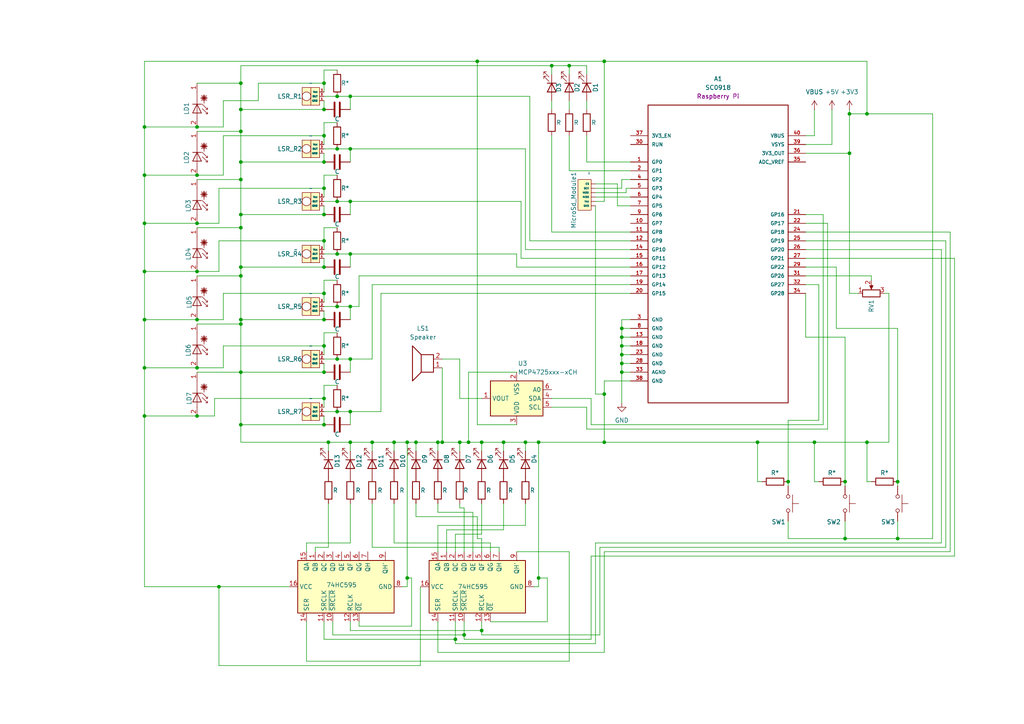
<source format=kicad_sch>
(kicad_sch (version 20231120) (generator "eeschema") (generator_version "8.0")
  (paper "A4")
  (lib_symbols
    (symbol "74xx:74HC595"
      (property "Reference" "U" (at -7.62 13.97 0))
      (property "Value" "74HC595" (at -7.62 -16.51 0))
      (symbol "74HC595_1_0"
        (pin tri_state line (at 10.16 7.62 180) (length 2.54) (name "QB") (number "1"))
        (pin input line (at -10.16 2.54 0) (length 2.54) (name "~{SRCLR}") (number "10"))
        (pin input line (at -10.16 5.08 0) (length 2.54) (name "SRCLK") (number "11"))
        (pin input line (at -10.16 -2.54 0) (length 2.54) (name "RCLK") (number "12"))
        (pin input line (at -10.16 -5.08 0) (length 2.54) (name "~{OE}") (number "13"))
        (pin input line (at -10.16 10.16 0) (length 2.54) (name "SER") (number "14"))
        (pin tri_state line (at 10.16 10.16 180) (length 2.54) (name "QA") (number "15"))
        (pin power_in line (at 0 15.24 270) (length 2.54) (name "VCC") (number "16"))
        (pin tri_state line (at 10.16 5.08 180) (length 2.54) (name "QC") (number "2"))
        (pin tri_state line (at 10.16 2.54 180) (length 2.54) (name "QD") (number "3"))
        (pin tri_state line (at 10.16 0 180) (length 2.54) (name "QE") (number "4"))
        (pin tri_state line (at 10.16 -2.54 180) (length 2.54) (name "QF") (number "5"))
        (pin tri_state line (at 10.16 -5.08 180) (length 2.54) (name "QG") (number "6"))
        (pin tri_state line (at 10.16 -7.62 180) (length 2.54) (name "QH") (number "7"))
        (pin power_in line (at 0 -17.78 90) (length 2.54) (name "GND") (number "8"))
        (pin output line (at 10.16 -12.7 180) (length 2.54) (name "QH'") (number "9"))
      )
    )
    (symbol "Analog_DAC:MCP4725xxx-xCH"
      (property "Reference" "U" (at -6.35 6.35 0))
      (property "Value" "MCP4725xxx-xCH" (at 8.89 6.35 0))
      (symbol "MCP4725xxx-xCH_1_1"
        (pin output line (at 10.16 0 180) (length 2.54) (name "VOUT") (number "1"))
        (pin power_in line (at 0 -7.62 90) (length 2.54) (name "VSS") (number "2"))
        (pin power_in line (at 0 7.62 270) (length 2.54) (name "VDD") (number "3"))
        (pin bidirectional line (at -10.16 0 0) (length 2.54) (name "SDA") (number "4"))
        (pin input line (at -10.16 2.54 0) (length 2.54) (name "SCL") (number "5"))
        (pin input line (at -10.16 -2.54 0) (length 2.54) (name "A0") (number "6"))
      )
    )
    (symbol "Device:C" (pin_numbers hide) (pin_names (offset 0.254))
      (property "Reference" "C" (at 0.635 2.54 0))
      (property "Value" "C" (at 0.635 -2.54 0))
      (symbol "C_1_1"
        (pin passive line (at 0 3.81 270) (length 2.794) (name "~") (number "1"))
        (pin passive line (at 0 -3.81 90) (length 2.794) (name "~") (number "2"))
      )
    )
    (symbol "Device:D_Laser_1C2A" (pin_names (offset 1.016) hide)
      (property "Reference" "LD" (at -1.27 4.445 0))
      (property "Value" "D_Laser_1C2A" (at -1.27 -2.54 0))
      (symbol "D_Laser_1C2A_1_1"
        (pin passive line (at -7.62 0 0) (length 2.54) (name "K") (number "1"))
        (pin passive line (at 5.08 0 180) (length 2.54) (name "A") (number "2"))
      )
    )
    (symbol "Device:LED" (pin_numbers hide) (pin_names (offset 1.016) hide)
      (property "Reference" "D" (at 0 2.54 0))
      (property "Value" "LED" (at 0 -2.54 0))
      (symbol "LED_1_1"
        (pin passive line (at -3.81 0 0) (length 2.54) (name "K") (number "1"))
        (pin passive line (at 3.81 0 180) (length 2.54) (name "A") (number "2"))
      )
    )
    (symbol "Device:R" (pin_numbers hide) (pin_names (offset 0))
      (property "Reference" "R" (at 0 2.032 0))
      (property "Value" "R" (at 0 0 0))
      (symbol "R_1_1"
        (pin passive line (at -3.81 0 0) (length 1.27) (name "~") (number "1"))
        (pin passive line (at 3.81 0 180) (length 1.27) (name "~") (number "2"))
      )
    )
    (symbol "Device:R_Potentiometer" (pin_names (offset 1.016) hide)
      (property "Reference" "RV" (at -4.445 0 90))
      (property "Value" "R_Potentiometer" (at -2.54 0 90))
      (symbol "R_Potentiometer_1_1"
        (pin passive line (at 0 3.81 270) (length 1.27) (name "1") (number "1"))
        (pin passive line (at 3.81 0 180) (length 1.27) (name "2") (number "2"))
        (pin passive line (at 0 -3.81 90) (length 1.27) (name "3") (number "3"))
      )
    )
    (symbol "Device:Speaker" (pin_names (offset 0) hide)
      (property "Reference" "LS" (at 1.27 5.715 0))
      (property "Value" "Speaker" (at 1.27 3.81 0))
      (symbol "Speaker_1_1"
        (pin input line (at -5.08 0 0) (length 2.54) (name "1") (number "1"))
        (pin input line (at -5.08 -2.54 0) (length 2.54) (name "2") (number "2"))
      )
    )
    (symbol "New_Library:Catalex_MicroSd_Module"
      (property "Reference" "MicroSd_Module1" (at -9.144 2.54 0))
      (property "Value" "~" (at 6.35 -1.905 0))
      (symbol "Catalex_MicroSd_Module_1_1"
        (pin bidirectional line (at 3.81 -3.81 90) (length 1.27) (name "CS") (number ""))
        (pin input line (at -2.54 -3.81 90) (length 1.27) (name "GND") (number ""))
        (pin bidirectional line (at 0 -3.81 90) (length 1.27) (name "MISO") (number ""))
        (pin bidirectional line (at 1.27 -3.81 90) (length 1.27) (name "MOSI") (number ""))
        (pin bidirectional line (at 2.54 -3.81 90) (length 1.27) (name "SCK") (number ""))
        (pin input line (at -1.27 -3.81 90) (length 1.27) (name "Vcc") (number ""))
      )
    )
    (symbol "New_Library:ISO203"
      (property "Reference" "LSR_R" (at 0 6.35 0))
      (symbol "ISO203_1_1"
        (pin input line (at -1.27 -2.54 90) (length 1.27) (name "GND") (number "1"))
        (pin output line (at 0 -2.54 90) (length 1.27) (name "OUT") (number "2"))
        (pin input line (at 1.27 -2.54 90) (length 1.27) (name "Vcc") (number "3"))
      )
    )
    (symbol "SC0918:SC0918" (pin_names (offset 1.016))
      (property "Reference" "A1" (at 0 58.42 0))
      (property "Value" "SC0918" (at 0 55.88 0))
      (property "manufacturer" "Raspberry Pi" (at 0 53.34 0))
      (symbol "SC0918_0_0"
        (pin bidirectional line (at -25.4 26.67 0) (length 5.08) (name "GP0") (number "1"))
        (pin bidirectional line (at -25.4 8.89 0) (length 5.08) (name "GP7") (number "10"))
        (pin bidirectional line (at -25.4 6.35 0) (length 5.08) (name "GP8") (number "11"))
        (pin bidirectional line (at -25.4 3.81 0) (length 5.08) (name "GP9") (number "12"))
        (pin power_in line (at -25.4 -24.13 0) (length 5.08) (name "GND") (number "13"))
        (pin bidirectional line (at -25.4 1.27 0) (length 5.08) (name "GP10") (number "14"))
        (pin bidirectional line (at -25.4 -1.27 0) (length 5.08) (name "GP11") (number "15"))
        (pin bidirectional line (at -25.4 -3.81 0) (length 5.08) (name "GP12") (number "16"))
        (pin bidirectional line (at -25.4 -6.35 0) (length 5.08) (name "GP13") (number "17"))
        (pin power_in line (at -25.4 -26.67 0) (length 5.08) (name "GND") (number "18"))
        (pin bidirectional line (at -25.4 -8.89 0) (length 5.08) (name "GP14") (number "19"))
        (pin bidirectional line (at -25.4 24.13 0) (length 5.08) (name "GP1") (number "2"))
        (pin bidirectional line (at -25.4 -11.43 0) (length 5.08) (name "GP15") (number "20"))
        (pin bidirectional line (at 25.4 11.43 180) (length 5.08) (name "GP16") (number "21"))
        (pin bidirectional line (at 25.4 8.89 180) (length 5.08) (name "GP17") (number "22"))
        (pin power_in line (at -25.4 -29.21 0) (length 5.08) (name "GND") (number "23"))
        (pin bidirectional line (at 25.4 6.35 180) (length 5.08) (name "GP18") (number "24"))
        (pin bidirectional line (at 25.4 3.81 180) (length 5.08) (name "GP19") (number "25"))
        (pin bidirectional line (at 25.4 1.27 180) (length 5.08) (name "GP20") (number "26"))
        (pin bidirectional line (at 25.4 -1.27 180) (length 5.08) (name "GP21") (number "27"))
        (pin power_in line (at -25.4 -31.75 0) (length 5.08) (name "GND") (number "28"))
        (pin bidirectional line (at 25.4 -3.81 180) (length 5.08) (name "GP22") (number "29"))
        (pin power_in line (at -25.4 -19.05 0) (length 5.08) (name "GND") (number "3"))
        (pin input line (at -25.4 31.75 0) (length 5.08) (name "RUN") (number "30"))
        (pin bidirectional line (at 25.4 -6.35 180) (length 5.08) (name "GP26") (number "31"))
        (pin bidirectional line (at 25.4 -8.89 180) (length 5.08) (name "GP27") (number "32"))
        (pin power_in line (at -25.4 -34.29 0) (length 5.08) (name "AGND") (number "33"))
        (pin bidirectional line (at 25.4 -11.43 180) (length 5.08) (name "GP28") (number "34"))
        (pin power_in line (at 25.4 26.67 180) (length 5.08) (name "ADC_VREF") (number "35"))
        (pin power_in line (at 25.4 29.21 180) (length 5.08) (name "3V3_OUT") (number "36"))
        (pin input line (at -25.4 34.29 0) (length 5.08) (name "3V3_EN") (number "37"))
        (pin power_in line (at -25.4 -36.83 0) (length 5.08) (name "GND") (number "38"))
        (pin free line (at 25.4 31.75 180) (length 5.08) (name "VSYS") (number "39"))
        (pin bidirectional line (at -25.4 21.59 0) (length 5.08) (name "GP2") (number "4"))
        (pin free line (at 25.4 34.29 180) (length 5.08) (name "VBUS") (number "40"))
        (pin bidirectional line (at -25.4 19.05 0) (length 5.08) (name "GP3") (number "5"))
        (pin bidirectional line (at -25.4 16.51 0) (length 5.08) (name "GP4") (number "6"))
        (pin bidirectional line (at -25.4 13.97 0) (length 5.08) (name "GP5") (number "7"))
        (pin power_in line (at -25.4 -21.59 0) (length 5.08) (name "GND") (number "8"))
        (pin bidirectional line (at -25.4 11.43 0) (length 5.08) (name "GP6") (number "9"))
      )
    )
    (symbol "Switch:SW_Push" (pin_numbers hide) (pin_names (offset 1.016) hide)
      (property "Reference" "SW" (at 1.27 2.54 0))
      (property "Value" "SW_Push" (at 0 -1.524 0))
      (symbol "SW_Push_0_1"
        (pin passive line (at -5.08 0 0) (length 2.54) (name "1") (number "1"))
        (pin passive line (at 5.08 0 180) (length 2.54) (name "2") (number "2"))
      )
    )
    (symbol "power:+3V3" (power) (pin_numbers hide) (pin_names (offset 0) hide)
      (property "Value" "+3V3" (at 0 3.556 0))
      (symbol "+3V3_1_1"
        (pin power_in line (at 0 0 90) (length 0) (name "~") (number "1"))
      )
    )
    (symbol "power:+5V" (power) (pin_numbers hide) (pin_names (offset 0) hide)
      (property "Value" "+5V" (at 0 3.556 0))
      (symbol "+5V_1_1"
        (pin power_in line (at 0 0 90) (length 0) (name "~") (number "1"))
      )
    )
    (symbol "power:GND" (power) (pin_numbers hide) (pin_names (offset 0) hide)
      (property "Value" "GND" (at 0 -3.81 0))
      (symbol "GND_1_1"
        (pin power_in line (at 0 0 270) (length 0) (name "~") (number "1"))
      )
    )
    (symbol "power:VBUS" (power) (pin_numbers hide) (pin_names (offset 0) hide)
      (property "Value" "VBUS" (at 0 3.556 0))
      (symbol "VBUS_1_1"
        (pin power_in line (at 0 0 90) (length 0) (name "~") (number "1"))
      )
    )
  )
  (junction (at 107.95 128.27))
  (junction (at 93.98 69.85))
  (junction (at 57.15 50.8))
  (junction (at 93.98 31.75))
  (junction (at 97.79 27.94))
  (junction (at 127 128.27))
  (junction (at 93.98 123.19))
  (junction (at 260.35 156.21))
  (junction (at 156.21 128.27))
  (junction (at 93.98 77.47))
  (junction (at 152.4 128.27))
  (junction (at 69.85 52.07))
  (junction (at 246.38 44.45))
  (junction (at 236.22 128.27))
  (junction (at 228.6 139.7))
  (junction (at 180.34 95.25))
  (junction (at 180.34 97.79))
  (junction (at 139.7 128.27))
  (junction (at 118.11 167.64))
  (junction (at 97.79 88.9))
  (junction (at 69.85 24.13))
  (junction (at 101.6 27.94))
  (junction (at 93.98 92.71))
  (junction (at 114.3 128.27))
  (junction (at 93.98 100.33))
  (junction (at 97.79 119.38))
  (junction (at 175.26 17.78))
  (junction (at 93.98 107.95))
  (junction (at 245.11 156.21))
  (junction (at 101.6 88.9))
  (junction (at 41.91 64.77))
  (junction (at 219.71 128.27))
  (junction (at 251.46 33.02))
  (junction (at 180.34 100.33))
  (junction (at 134.62 184.15))
  (junction (at 95.25 128.27))
  (junction (at 135.89 128.27))
  (junction (at 101.6 43.18))
  (junction (at 180.34 105.41))
  (junction (at 132.08 185.42))
  (junction (at 156.21 167.64))
  (junction (at 69.85 93.98))
  (junction (at 120.65 128.27))
  (junction (at 63.5 170.18))
  (junction (at 69.85 80.01))
  (junction (at 93.98 46.99))
  (junction (at 180.34 102.87))
  (junction (at 246.38 33.02))
  (junction (at 57.15 64.77))
  (junction (at 175.26 114.3))
  (junction (at 97.79 58.42))
  (junction (at 165.1 19.05))
  (junction (at 57.15 92.71))
  (junction (at 93.98 39.37))
  (junction (at 69.85 123.19))
  (junction (at 69.85 38.1))
  (junction (at 146.05 128.27))
  (junction (at 69.85 31.75))
  (junction (at 101.6 128.27))
  (junction (at 41.91 36.83))
  (junction (at 41.91 106.68))
  (junction (at 69.85 92.71))
  (junction (at 69.85 77.47))
  (junction (at 97.79 43.18))
  (junction (at 69.85 66.04))
  (junction (at 93.98 115.57))
  (junction (at 260.35 139.7))
  (junction (at 101.6 73.66))
  (junction (at 57.15 78.74))
  (junction (at 69.85 46.99))
  (junction (at 133.35 128.27))
  (junction (at 41.91 120.65))
  (junction (at 101.6 119.38))
  (junction (at 57.15 36.83))
  (junction (at 69.85 62.23))
  (junction (at 251.46 128.27))
  (junction (at 118.11 128.27))
  (junction (at 57.15 106.68))
  (junction (at 93.98 24.13))
  (junction (at 180.34 107.95))
  (junction (at 138.43 17.78))
  (junction (at 101.6 104.14))
  (junction (at 41.91 92.71))
  (junction (at 97.79 104.14))
  (junction (at 97.79 73.66))
  (junction (at 69.85 107.95))
  (junction (at 101.6 58.42))
  (junction (at 139.7 182.88))
  (junction (at 128.27 128.27))
  (junction (at 41.91 50.8))
  (junction (at 245.11 139.7))
  (junction (at 57.15 120.65))
  (junction (at 175.26 128.27))
  (junction (at 41.91 78.74))
  (junction (at 160.02 19.05))
  (junction (at 93.98 85.09))
  (junction (at 93.98 62.23))
  (junction (at 93.98 54.61))
  (wire (pts (xy 170.18 19.05) (xy 170.18 21.59)))
  (wire (pts (xy 252.73 139.7) (xy 251.46 139.7)))
  (wire (pts (xy 63.5 170.18) (xy 83.82 170.18)))
  (wire (pts (xy 101.6 182.88) (xy 101.6 180.34)))
  (wire (pts (xy 175.26 58.42) (xy 175.26 17.78)))
  (wire (pts (xy 134.62 147.32) (xy 133.35 147.32)))
  (wire (pts (xy 138.43 123.19) (xy 138.43 17.78)))
  (wire (pts (xy 101.6 119.38) (xy 110.49 119.38)))
  (wire (pts (xy 152.4 128.27) (xy 152.4 130.81)))
  (wire (pts (xy 273.05 72.39) (xy 233.68 72.39)))
  (wire (pts (xy 251.46 33.02) (xy 270.51 33.02)))
  (wire (pts (xy 132.08 185.42) (xy 93.98 185.42)))
  (wire (pts (xy 179.07 53.34) (xy 179.07 59.69)))
  (wire (pts (xy 132.08 186.69) (xy 172.72 186.69)))
  (wire (pts (xy 133.35 104.14) (xy 128.27 104.14)))
  (wire (pts (xy 180.34 54.61) (xy 180.34 52.07)))
  (wire (pts (xy 57.15 38.1) (xy 69.85 38.1)))
  (wire (pts (xy 180.34 100.33) (xy 180.34 102.87)))
  (wire (pts (xy 64.77 92.71) (xy 57.15 92.71)))
  (wire (pts (xy 107.95 158.75) (xy 107.95 146.05)))
  (wire (pts (xy 101.6 73.66) (xy 149.86 73.66)))
  (wire (pts (xy 228.6 139.7) (xy 228.6 140.97)))
  (wire (pts (xy 139.7 182.88) (xy 139.7 184.15)))
  (wire (pts (xy 64.77 85.09) (xy 93.98 85.09)))
  (wire (pts (xy 134.62 184.15) (xy 96.52 184.15)))
  (wire (pts (xy 260.35 95.25) (xy 242.57 95.25)))
  (wire (pts (xy 139.7 184.15) (xy 173.99 184.15)))
  (wire (pts (xy 57.15 93.98) (xy 69.85 93.98)))
  (wire (pts (xy 91.44 160.02) (xy 91.44 158.75)))
  (wire (pts (xy 96.52 184.15) (xy 96.52 180.34)))
  (wire (pts (xy 64.77 29.21) (xy 64.77 36.83)))
  (wire (pts (xy 236.22 39.37) (xy 233.68 39.37)))
  (wire (pts (xy 64.77 39.37) (xy 64.77 50.8)))
  (wire (pts (xy 245.11 97.79) (xy 233.68 97.79)))
  (wire (pts (xy 118.11 128.27) (xy 114.3 128.27)))
  (wire (pts (xy 160.02 31.75) (xy 160.02 29.21)))
  (wire (pts (xy 114.3 128.27) (xy 114.3 130.81)))
  (wire (pts (xy 237.49 121.92) (xy 237.49 82.55)))
  (wire (pts (xy 101.6 58.42) (xy 101.6 62.23)))
  (wire (pts (xy 128.27 128.27) (xy 127 128.27)))
  (wire (pts (xy 69.85 93.98) (xy 69.85 107.95)))
  (wire (pts (xy 241.3 31.75) (xy 241.3 41.91)))
  (wire (pts (xy 133.35 128.27) (xy 128.27 128.27)))
  (wire (pts (xy 228.6 156.21) (xy 228.6 151.13)))
  (wire (pts (xy 219.71 128.27) (xy 236.22 128.27)))
  (wire (pts (xy 64.77 85.09) (xy 64.77 92.71)))
  (wire (pts (xy 107.95 82.55) (xy 182.88 82.55)))
  (wire (pts (xy 181.61 55.88) (xy 181.61 54.61)))
  (wire (pts (xy 156.21 128.27) (xy 156.21 167.64)))
  (wire (pts (xy 245.11 139.7) (xy 245.11 140.97)))
  (wire (pts (xy 93.98 62.23) (xy 93.98 59.69)))
  (wire (pts (xy 41.91 50.8) (xy 57.15 50.8)))
  (wire (pts (xy 63.5 54.61) (xy 93.98 54.61)))
  (wire (pts (xy 69.85 24.13) (xy 69.85 31.75)))
  (wire (pts (xy 149.86 160.02) (xy 165.1 160.02)))
  (wire (pts (xy 152.4 72.39) (xy 182.88 72.39)))
  (wire (pts (xy 242.57 95.25) (xy 242.57 77.47)))
  (wire (pts (xy 93.98 46.99) (xy 93.98 44.45)))
  (wire (pts (xy 93.98 185.42) (xy 93.98 180.34)))
  (wire (pts (xy 165.1 49.53) (xy 165.1 39.37)))
  (wire (pts (xy 41.91 50.8) (xy 41.91 64.77)))
  (wire (pts (xy 41.91 64.77) (xy 41.91 78.74)))
  (wire (pts (xy 69.85 38.1) (xy 69.85 46.99)))
  (wire (pts (xy 57.15 66.04) (xy 69.85 66.04)))
  (wire (pts (xy 101.6 88.9) (xy 104.14 88.9)))
  (wire (pts (xy 69.85 92.71) (xy 93.98 92.71)))
  (wire (pts (xy 120.65 149.86) (xy 120.65 146.05)))
  (wire (pts (xy 181.61 54.61) (xy 182.88 54.61)))
  (wire (pts (xy 41.91 78.74) (xy 57.15 78.74)))
  (wire (pts (xy 114.3 157.48) (xy 114.3 146.05)))
  (wire (pts (xy 240.03 64.77) (xy 233.68 64.77)))
  (wire (pts (xy 69.85 77.47) (xy 69.85 80.01)))
  (wire (pts (xy 133.35 128.27) (xy 133.35 130.81)))
  (wire (pts (xy 246.38 33.02) (xy 246.38 44.45)))
  (wire (pts (xy 129.54 160.02) (xy 129.54 153.67)))
  (wire (pts (xy 172.72 53.34) (xy 179.07 53.34)))
  (wire (pts (xy 158.75 167.64) (xy 156.21 167.64)))
  (wire (pts (xy 245.11 156.21) (xy 245.11 151.13)))
  (wire (pts (xy 246.38 31.75) (xy 246.38 33.02)))
  (wire (pts (xy 97.79 27.94) (xy 93.98 27.94)))
  (wire (pts (xy 93.98 87.63) (xy 93.98 85.09)))
  (wire (pts (xy 97.79 43.18) (xy 93.98 43.18)))
  (wire (pts (xy 63.5 69.85) (xy 63.5 78.74)))
  (wire (pts (xy 149.86 123.19) (xy 138.43 123.19)))
  (wire (pts (xy 171.45 161.29) (xy 276.86 161.29)))
  (wire (pts (xy 240.03 124.46) (xy 240.03 64.77)))
  (wire (pts (xy 180.34 95.25) (xy 180.34 97.79)))
  (wire (pts (xy 97.79 73.66) (xy 93.98 73.66)))
  (wire (pts (xy 139.7 154.94) (xy 139.7 146.05)))
  (wire (pts (xy 152.4 146.05) (xy 152.4 152.4)))
  (wire (pts (xy 236.22 31.75) (xy 236.22 39.37)))
  (wire (pts (xy 171.45 185.42) (xy 171.45 161.29)))
  (wire (pts (xy 101.6 43.18) (xy 97.79 43.18)))
  (wire (pts (xy 137.16 148.59) (xy 127 148.59)))
  (wire (pts (xy 97.79 96.52) (xy 93.98 96.52)))
  (wire (pts (xy 170.18 39.37) (xy 170.18 46.99)))
  (wire (pts (xy 138.43 17.78) (xy 175.26 17.78)))
  (wire (pts (xy 97.79 119.38) (xy 93.98 119.38)))
  (wire (pts (xy 274.32 158.75) (xy 274.32 69.85)))
  (wire (pts (xy 142.24 157.48) (xy 114.3 157.48)))
  (wire (pts (xy 241.3 41.91) (xy 233.68 41.91)))
  (wire (pts (xy 62.23 115.57) (xy 62.23 120.65)))
  (wire (pts (xy 69.85 107.95) (xy 69.85 123.19)))
  (wire (pts (xy 236.22 128.27) (xy 251.46 128.27)))
  (wire (pts (xy 260.35 139.7) (xy 260.35 140.97)))
  (wire (pts (xy 275.59 67.31) (xy 233.68 67.31)))
  (wire (pts (xy 69.85 24.13) (xy 69.85 19.05)))
  (wire (pts (xy 237.49 139.7) (xy 236.22 139.7)))
  (wire (pts (xy 69.85 31.75) (xy 93.98 31.75)))
  (wire (pts (xy 69.85 62.23) (xy 69.85 66.04)))
  (wire (pts (xy 41.91 17.78) (xy 138.43 17.78)))
  (wire (pts (xy 149.86 77.47) (xy 182.88 77.47)))
  (wire (pts (xy 93.98 111.76) (xy 93.98 115.57)))
  (wire (pts (xy 93.98 123.19) (xy 93.98 120.65)))
  (wire (pts (xy 127 152.4) (xy 127 160.02)))
  (wire (pts (xy 101.6 73.66) (xy 97.79 73.66)))
  (wire (pts (xy 41.91 106.68) (xy 57.15 106.68)))
  (wire (pts (xy 175.26 128.27) (xy 156.21 128.27)))
  (wire (pts (xy 172.72 114.3) (xy 175.26 114.3)))
  (wire (pts (xy 127 148.59) (xy 127 146.05)))
  (wire (pts (xy 64.77 100.33) (xy 64.77 106.68)))
  (wire (pts (xy 171.45 123.19) (xy 238.76 123.19)))
  (wire (pts (xy 165.1 19.05) (xy 165.1 21.59)))
  (wire (pts (xy 246.38 44.45) (xy 246.38 85.09)))
  (wire (pts (xy 139.7 156.21) (xy 138.43 156.21)))
  (wire (pts (xy 120.65 128.27) (xy 120.65 130.81)))
  (wire (pts (xy 93.98 35.56) (xy 93.98 39.37)))
  (wire (pts (xy 93.98 92.71) (xy 93.98 90.17)))
  (wire (pts (xy 93.98 72.39) (xy 93.98 69.85)))
  (wire (pts (xy 57.15 80.01) (xy 69.85 80.01)))
  (wire (pts (xy 137.16 160.02) (xy 137.16 148.59)))
  (wire (pts (xy 170.18 29.21) (xy 170.18 31.75)))
  (wire (pts (xy 41.91 120.65) (xy 57.15 120.65)))
  (wire (pts (xy 101.6 157.48) (xy 101.6 146.05)))
  (wire (pts (xy 175.26 114.3) (xy 175.26 128.27)))
  (wire (pts (xy 101.6 119.38) (xy 101.6 123.19)))
  (wire (pts (xy 251.46 17.78) (xy 251.46 33.02)))
  (wire (pts (xy 95.25 158.75) (xy 95.25 146.05)))
  (wire (pts (xy 260.35 139.7) (xy 260.35 95.25)))
  (wire (pts (xy 165.1 31.75) (xy 165.1 29.21)))
  (wire (pts (xy 101.6 58.42) (xy 97.79 58.42)))
  (wire (pts (xy 101.6 104.14) (xy 101.6 107.95)))
  (wire (pts (xy 182.88 49.53) (xy 165.1 49.53)))
  (wire (pts (xy 62.23 120.65) (xy 57.15 120.65)))
  (wire (pts (xy 64.77 39.37) (xy 93.98 39.37)))
  (wire (pts (xy 153.67 69.85) (xy 182.88 69.85)))
  (wire (pts (xy 149.86 73.66) (xy 149.86 77.47)))
  (wire (pts (xy 95.25 128.27) (xy 95.25 130.81)))
  (wire (pts (xy 69.85 80.01) (xy 69.85 92.71)))
  (wire (pts (xy 101.6 27.94) (xy 97.79 27.94)))
  (wire (pts (xy 63.5 54.61) (xy 63.5 64.77)))
  (wire (pts (xy 219.71 128.27) (xy 219.71 139.7)))
  (wire (pts (xy 93.98 77.47) (xy 93.98 74.93)))
  (wire (pts (xy 63.5 69.85) (xy 93.98 69.85)))
  (wire (pts (xy 251.46 33.02) (xy 246.38 33.02)))
  (wire (pts (xy 41.91 36.83) (xy 41.91 50.8)))
  (wire (pts (xy 119.38 167.64) (xy 118.11 167.64)))
  (wire (pts (xy 172.72 186.69) (xy 172.72 157.48)))
  (wire (pts (xy 93.98 118.11) (xy 93.98 115.57)))
  (wire (pts (xy 121.92 193.04) (xy 63.5 193.04)))
  (wire (pts (xy 57.15 24.13) (xy 69.85 24.13)))
  (wire (pts (xy 41.91 78.74) (xy 41.91 92.71)))
  (wire (pts (xy 107.95 128.27) (xy 101.6 128.27)))
  (wire (pts (xy 144.78 160.02) (xy 144.78 158.75)))
  (wire (pts (xy 134.62 185.42) (xy 171.45 185.42)))
  (wire (pts (xy 172.72 54.61) (xy 180.34 54.61)))
  (wire (pts (xy 139.7 115.57) (xy 133.35 115.57)))
  (wire (pts (xy 74.93 29.21) (xy 64.77 29.21)))
  (wire (pts (xy 101.6 104.14) (xy 107.95 104.14)))
  (wire (pts (xy 180.34 92.71) (xy 180.34 95.25)))
  (wire (pts (xy 182.88 110.49) (xy 175.26 110.49)))
  (wire (pts (xy 151.13 58.42) (xy 151.13 74.93)))
  (wire (pts (xy 142.24 180.34) (xy 158.75 180.34)))
  (wire (pts (xy 180.34 100.33) (xy 182.88 100.33)))
  (wire (pts (xy 160.02 115.57) (xy 171.45 115.57)))
  (wire (pts (xy 251.46 128.27) (xy 257.81 128.27)))
  (wire (pts (xy 135.89 128.27) (xy 133.35 128.27)))
  (wire (pts (xy 139.7 160.02) (xy 139.7 156.21)))
  (wire (pts (xy 93.98 50.8) (xy 93.98 54.61)))
  (wire (pts (xy 41.91 92.71) (xy 57.15 92.71)))
  (wire (pts (xy 172.72 58.42) (xy 175.26 58.42)))
  (wire (pts (xy 228.6 121.92) (xy 237.49 121.92)))
  (wire (pts (xy 132.08 160.02) (xy 132.08 154.94)))
  (wire (pts (xy 156.21 170.18) (xy 154.94 170.18)))
  (wire (pts (xy 151.13 74.93) (xy 182.88 74.93)))
  (wire (pts (xy 110.49 85.09) (xy 182.88 85.09)))
  (wire (pts (xy 93.98 66.04) (xy 93.98 69.85)))
  (wire (pts (xy 171.45 115.57) (xy 171.45 123.19)))
  (wire (pts (xy 257.81 128.27) (xy 257.81 85.09)))
  (wire (pts (xy 69.85 77.47) (xy 93.98 77.47)))
  (wire (pts (xy 101.6 128.27) (xy 101.6 130.81)))
  (wire (pts (xy 252.73 80.01) (xy 252.73 81.28)))
  (wire (pts (xy 180.34 107.95) (xy 180.34 116.84)))
  (wire (pts (xy 180.34 97.79) (xy 182.88 97.79)))
  (wire (pts (xy 107.95 128.27) (xy 107.95 130.81)))
  (wire (pts (xy 127 180.34) (xy 127 189.23)))
  (wire (pts (xy 127 189.23) (xy 175.26 189.23)))
  (wire (pts (xy 101.6 88.9) (xy 97.79 88.9)))
  (wire (pts (xy 180.34 107.95) (xy 182.88 107.95)))
  (wire (pts (xy 91.44 158.75) (xy 95.25 158.75)))
  (wire (pts (xy 101.6 119.38) (xy 97.79 119.38)))
  (wire (pts (xy 101.6 104.14) (xy 97.79 104.14)))
  (wire (pts (xy 41.91 92.71) (xy 41.91 106.68)))
  (wire (pts (xy 119.38 181.61) (xy 119.38 167.64)))
  (wire (pts (xy 165.1 19.05) (xy 170.18 19.05)))
  (wire (pts (xy 69.85 107.95) (xy 93.98 107.95)))
  (wire (pts (xy 146.05 128.27) (xy 146.05 130.81)))
  (wire (pts (xy 93.98 96.52) (xy 93.98 100.33)))
  (wire (pts (xy 93.98 26.67) (xy 93.98 24.13)))
  (wire (pts (xy 57.15 36.83) (xy 64.77 36.83)))
  (wire (pts (xy 97.79 66.04) (xy 93.98 66.04)))
  (wire (pts (xy 233.68 80.01) (xy 252.73 80.01)))
  (wire (pts (xy 175.26 189.23) (xy 175.26 160.02)))
  (wire (pts (xy 238.76 123.19) (xy 238.76 62.23)))
  (wire (pts (xy 144.78 158.75) (xy 107.95 158.75)))
  (wire (pts (xy 173.99 184.15) (xy 173.99 158.75)))
  (wire (pts (xy 118.11 170.18) (xy 116.84 170.18)))
  (wire (pts (xy 172.72 57.15) (xy 182.88 57.15)))
  (wire (pts (xy 142.24 160.02) (xy 142.24 157.48)))
  (wire (pts (xy 93.98 81.28) (xy 93.98 85.09)))
  (wire (pts (xy 135.89 107.95) (xy 135.89 128.27)))
  (wire (pts (xy 104.14 180.34) (xy 104.14 181.61)))
  (wire (pts (xy 149.86 107.95) (xy 135.89 107.95)))
  (wire (pts (xy 69.85 19.05) (xy 160.02 19.05)))
  (wire (pts (xy 97.79 35.56) (xy 93.98 35.56)))
  (wire (pts (xy 93.98 41.91) (xy 93.98 39.37)))
  (wire (pts (xy 146.05 153.67) (xy 146.05 146.05)))
  (wire (pts (xy 69.85 66.04) (xy 69.85 77.47)))
  (wire (pts (xy 273.05 157.48) (xy 273.05 72.39)))
  (wire (pts (xy 179.07 59.69) (xy 182.88 59.69)))
  (wire (pts (xy 128.27 106.68) (xy 128.27 128.27)))
  (wire (pts (xy 104.14 181.61) (xy 119.38 181.61)))
  (wire (pts (xy 97.79 111.76) (xy 93.98 111.76)))
  (wire (pts (xy 41.91 120.65) (xy 41.91 170.18)))
  (wire (pts (xy 173.99 158.75) (xy 274.32 158.75)))
  (wire (pts (xy 107.95 104.14) (xy 107.95 82.55)))
  (wire (pts (xy 97.79 104.14) (xy 93.98 104.14)))
  (wire (pts (xy 182.88 67.31) (xy 160.02 67.31)))
  (wire (pts (xy 139.7 180.34) (xy 139.7 182.88)))
  (wire (pts (xy 97.79 50.8) (xy 93.98 50.8)))
  (wire (pts (xy 160.02 19.05) (xy 165.1 19.05)))
  (wire (pts (xy 220.98 139.7) (xy 219.71 139.7)))
  (wire (pts (xy 93.98 20.32) (xy 93.98 24.13)))
  (wire (pts (xy 237.49 82.55) (xy 233.68 82.55)))
  (wire (pts (xy 165.1 160.02) (xy 165.1 191.77)))
  (wire (pts (xy 180.34 102.87) (xy 180.34 105.41)))
  (wire (pts (xy 88.9 191.77) (xy 88.9 180.34)))
  (wire (pts (xy 233.68 85.09) (xy 233.68 97.79)))
  (wire (pts (xy 152.4 152.4) (xy 127 152.4)))
  (wire (pts (xy 172.72 59.69) (xy 172.72 114.3)))
  (wire (pts (xy 101.6 73.66) (xy 101.6 77.47)))
  (wire (pts (xy 57.15 52.07) (xy 69.85 52.07)))
  (wire (pts (xy 93.98 57.15) (xy 93.98 54.61)))
  (wire (pts (xy 133.35 115.57) (xy 133.35 104.14)))
  (wire (pts (xy 175.26 17.78) (xy 251.46 17.78)))
  (wire (pts (xy 118.11 167.64) (xy 118.11 170.18)))
  (wire (pts (xy 228.6 139.7) (xy 228.6 121.92)))
  (wire (pts (xy 41.91 36.83) (xy 57.15 36.83)))
  (wire (pts (xy 88.9 160.02) (xy 88.9 157.48)))
  (wire (pts (xy 63.5 64.77) (xy 57.15 64.77)))
  (wire (pts (xy 152.4 128.27) (xy 146.05 128.27)))
  (wire (pts (xy 260.35 156.21) (xy 245.11 156.21)))
  (wire (pts (xy 74.93 24.13) (xy 93.98 24.13)))
  (wire (pts (xy 275.59 160.02) (xy 275.59 67.31)))
  (wire (pts (xy 74.93 24.13) (xy 74.93 29.21)))
  (wire (pts (xy 64.77 100.33) (xy 93.98 100.33)))
  (wire (pts (xy 180.34 105.41) (xy 182.88 105.41)))
  (wire (pts (xy 139.7 128.27) (xy 135.89 128.27)))
  (wire (pts (xy 236.22 128.27) (xy 236.22 139.7)))
  (wire (pts (xy 41.91 170.18) (xy 63.5 170.18)))
  (wire (pts (xy 101.6 128.27) (xy 95.25 128.27)))
  (wire (pts (xy 170.18 124.46) (xy 240.03 124.46)))
  (wire (pts (xy 180.34 97.79) (xy 180.34 100.33)))
  (wire (pts (xy 41.91 17.78) (xy 41.91 36.83)))
  (wire (pts (xy 276.86 74.93) (xy 233.68 74.93)))
  (wire (pts (xy 276.86 161.29) (xy 276.86 74.93)))
  (wire (pts (xy 132.08 185.42) (xy 132.08 186.69)))
  (wire (pts (xy 172.72 157.48) (xy 273.05 157.48)))
  (wire (pts (xy 270.51 33.02) (xy 270.51 156.21)))
  (wire (pts (xy 175.26 160.02) (xy 275.59 160.02)))
  (wire (pts (xy 101.6 27.94) (xy 101.6 31.75)))
  (wire (pts (xy 158.75 180.34) (xy 158.75 167.64)))
  (wire (pts (xy 41.91 106.68) (xy 41.91 120.65)))
  (wire (pts (xy 274.32 69.85) (xy 233.68 69.85)))
  (wire (pts (xy 245.11 139.7) (xy 245.11 97.79)))
  (wire (pts (xy 260.35 156.21) (xy 260.35 151.13)))
  (wire (pts (xy 127 128.27) (xy 120.65 128.27)))
  (wire (pts (xy 238.76 62.23) (xy 233.68 62.23)))
  (wire (pts (xy 248.92 85.09) (xy 246.38 85.09)))
  (wire (pts (xy 41.91 64.77) (xy 57.15 64.77)))
  (wire (pts (xy 180.34 92.71) (xy 182.88 92.71)))
  (wire (pts (xy 69.85 123.19) (xy 69.85 128.27)))
  (wire (pts (xy 175.26 128.27) (xy 219.71 128.27)))
  (wire (pts (xy 97.79 81.28) (xy 93.98 81.28)))
  (wire (pts (xy 153.67 27.94) (xy 153.67 69.85)))
  (wire (pts (xy 69.85 62.23) (xy 93.98 62.23)))
  (wire (pts (xy 132.08 180.34) (xy 132.08 185.42)))
  (wire (pts (xy 156.21 128.27) (xy 152.4 128.27)))
  (wire (pts (xy 146.05 128.27) (xy 139.7 128.27)))
  (wire (pts (xy 127 128.27) (xy 127 130.81)))
  (wire (pts (xy 138.43 156.21) (xy 138.43 149.86)))
  (wire (pts (xy 165.1 191.77) (xy 88.9 191.77)))
  (wire (pts (xy 64.77 50.8) (xy 57.15 50.8)))
  (wire (pts (xy 63.5 78.74) (xy 57.15 78.74)))
  (wire (pts (xy 170.18 46.99) (xy 182.88 46.99)))
  (wire (pts (xy 180.34 105.41) (xy 180.34 107.95)))
  (wire (pts (xy 156.21 167.64) (xy 156.21 170.18)))
  (wire (pts (xy 175.26 110.49) (xy 175.26 114.3)))
  (wire (pts (xy 69.85 46.99) (xy 93.98 46.99)))
  (wire (pts (xy 69.85 92.71) (xy 69.85 93.98)))
  (wire (pts (xy 120.65 128.27) (xy 118.11 128.27)))
  (wire (pts (xy 139.7 128.27) (xy 139.7 130.81)))
  (wire (pts (xy 256.54 85.09) (xy 257.81 85.09)))
  (wire (pts (xy 160.02 118.11) (xy 170.18 118.11)))
  (wire (pts (xy 180.34 95.25) (xy 182.88 95.25)))
  (wire (pts (xy 110.49 119.38) (xy 110.49 85.09)))
  (wire (pts (xy 118.11 128.27) (xy 118.11 167.64)))
  (wire (pts (xy 93.98 102.87) (xy 93.98 100.33)))
  (wire (pts (xy 63.5 193.04) (xy 63.5 170.18)))
  (wire (pts (xy 129.54 153.67) (xy 146.05 153.67)))
  (wire (pts (xy 64.77 106.68) (xy 57.15 106.68)))
  (wire (pts (xy 242.57 77.47) (xy 233.68 77.47)))
  (wire (pts (xy 69.85 31.75) (xy 69.85 38.1)))
  (wire (pts (xy 180.34 102.87) (xy 182.88 102.87)))
  (wire (pts (xy 97.79 88.9) (xy 93.98 88.9)))
  (wire (pts (xy 160.02 19.05) (xy 160.02 21.59)))
  (wire (pts (xy 104.14 88.9) (xy 104.14 80.01)))
  (wire (pts (xy 101.6 88.9) (xy 101.6 92.71)))
  (wire (pts (xy 88.9 157.48) (xy 101.6 157.48)))
  (wire (pts (xy 95.25 128.27) (xy 69.85 128.27)))
  (wire (pts (xy 160.02 67.31) (xy 160.02 39.37)))
  (wire (pts (xy 246.38 44.45) (xy 233.68 44.45)))
  (wire (pts (xy 69.85 52.07) (xy 69.85 62.23)))
  (wire (pts (xy 134.62 180.34) (xy 134.62 184.15)))
  (wire (pts (xy 134.62 184.15) (xy 134.62 185.42)))
  (wire (pts (xy 101.6 27.94) (xy 153.67 27.94)))
  (wire (pts (xy 133.35 147.32) (xy 133.35 146.05)))
  (wire (pts (xy 69.85 123.19) (xy 93.98 123.19)))
  (wire (pts (xy 62.23 115.57) (xy 93.98 115.57)))
  (wire (pts (xy 245.11 156.21) (xy 228.6 156.21)))
  (wire (pts (xy 170.18 118.11) (xy 170.18 124.46)))
  (wire (pts (xy 97.79 20.32) (xy 93.98 20.32)))
  (wire (pts (xy 251.46 139.7) (xy 251.46 128.27)))
  (wire (pts (xy 93.98 107.95) (xy 93.98 105.41)))
  (wire (pts (xy 121.92 170.18) (xy 121.92 193.04)))
  (wire (pts (xy 152.4 43.18) (xy 152.4 72.39)))
  (wire (pts (xy 101.6 58.42) (xy 151.13 58.42)))
  (wire (pts (xy 270.51 156.21) (xy 260.35 156.21)))
  (wire (pts (xy 114.3 128.27) (xy 107.95 128.27)))
  (wire (pts (xy 93.98 31.75) (xy 93.98 29.21)))
  (wire (pts (xy 138.43 149.86) (xy 120.65 149.86)))
  (wire (pts (xy 69.85 46.99) (xy 69.85 52.07)))
  (wire (pts (xy 172.72 55.88) (xy 181.61 55.88)))
  (wire (pts (xy 134.62 160.02) (xy 134.62 147.32)))
  (wire (pts (xy 132.08 154.94) (xy 139.7 154.94)))
  (wire (pts (xy 97.79 58.42) (xy 93.98 58.42)))
  (wire (pts (xy 101.6 43.18) (xy 101.6 46.99)))
  (wire (pts (xy 139.7 182.88) (xy 101.6 182.88)))
  (wire (pts (xy 180.34 52.07) (xy 182.88 52.07)))
  (wire (pts (xy 101.6 43.18) (xy 152.4 43.18)))
  (wire (pts (xy 104.14 80.01) (xy 182.88 80.01)))
  (wire (pts (xy 57.15 107.95) (xy 69.85 107.95)))
  (symbol (lib_id "Device:R") (at 256.54 139.7 0) (unit 1)
    (property "Reference" "R3" (effects (hide yes)))
    (property "Value" "R*" (at 256.54 137.16 0))
    (property "Footprint" "Resistor_THT:R_Axial_DIN0204_L3.6mm_D1.6mm_P2.54mm_Vertical" (effects (hide yes)))
    (property "Description" "Resistor" (effects (hide yes)))
  )
  (symbol (lib_id "Device:R") (at 97.79 115.57 270) (unit 1)
    (property "Reference" "R17" (effects (hide yes)))
    (property "Value" "R*" (at 101.346 115.57 90) (effects (justify right)))
    (property "Footprint" "Resistor_THT:R_Axial_DIN0204_L3.6mm_D1.6mm_P2.54mm_Vertical" (effects (hide yes)))
    (property "Description" "Resistor" (effects (hide yes)))
  )
  (symbol (lib_id "New_Library:ISO203") (at 91.44 58.42 90) (unit 1)
    (property "Reference" "LSR_R3" (at 84.074 58.42 90))
    (property "Value" "~" (at 90.17 54.61 90))
  )
  (symbol (lib_id "Device:R_Potentiometer") (at 252.73 85.09 90) (unit 1)
    (property "Reference" "RV1" (at 252.73 86.868 0) (effects (justify right)))
    (property "Value" "R_Potentiometer" (effects (hide yes)))
    (property "Description" "Potentiometer" (effects (hide yes)))
  )
  (symbol (lib_id "Device:LED") (at 107.95 134.62 270) (unit 1)
    (property "Reference" "D11" (at 110.49 131.7624 0) (effects (justify left)))
    (property "Value" "LED" (effects (hide yes)))
    (property "Footprint" "LED_THT:LED_D3.0mm" (effects (hide yes)))
    (property "Description" "Light emitting diode" (effects (hide yes)))
  )
  (symbol (lib_id "Device:D_Laser_1C2A") (at 57.15 73.66 270) (unit 1)
    (property "Reference" "LD4" (at 54.61 73.66 0))
    (property "Value" "D_Laser_1C2A" (effects (hide yes)))
    (property "Description" "Laser diode, cathode on pin 1, anode on pin 2" (effects (hide yes)))
  )
  (symbol (lib_id "Device:LED") (at 139.7 134.62 270) (unit 1)
    (property "Reference" "D6" (at 142.24 131.7624 0) (effects (justify left)))
    (property "Value" "LED" (effects (hide yes)))
    (property "Footprint" "LED_THT:LED_D3.0mm" (effects (hide yes)))
    (property "Description" "Light emitting diode" (effects (hide yes)))
  )
  (symbol (lib_id "Device:LED") (at 114.3 134.62 270) (unit 1)
    (property "Reference" "D10" (at 116.84 131.7624 0) (effects (justify left)))
    (property "Value" "LED" (effects (hide yes)))
    (property "Footprint" "LED_THT:LED_D3.0mm" (effects (hide yes)))
    (property "Description" "Light emitting diode" (effects (hide yes)))
  )
  (symbol (lib_id "power:+3V3") (at 246.38 31.75 0) (unit 1)
    (property "Reference" "#PWR04" (effects (hide yes)))
    (property "Value" "+3V3" (at 246.38 26.67 0))
    (property "Description" "Power symbol creates a global label with name \"+3V3\"" (effects (hide yes)))
  )
  (symbol (lib_id "Device:LED") (at 160.02 25.4 270) (unit 1)
    (property "Reference" "D3" (at 162.052 25.4 0))
    (property "Value" "LED" (effects (hide yes)))
    (property "Footprint" "LED_THT:LED_D3.0mm" (effects (hide yes)))
    (property "Description" "Light emitting diode" (effects (hide yes)))
  )
  (symbol (lib_id "Device:R") (at 114.3 142.24 90) (unit 1)
    (property "Reference" "R13" (effects (hide yes)))
    (property "Value" "R" (at 115.824 142.24 90) (effects (justify right)))
    (property "Footprint" "Resistor_THT:R_Axial_DIN0204_L3.6mm_D1.6mm_P2.54mm_Vertical" (effects (hide yes)))
    (property "Description" "Resistor" (effects (hide yes)))
  )
  (symbol (lib_id "Device:Speaker") (at 123.19 106.68 180) (unit 1)
    (property "Reference" "LS1" (at 122.682 95.25 0))
    (property "Value" "Speaker" (at 122.682 97.79 0))
    (property "Description" "Speaker" (effects (hide yes)))
  )
  (symbol (lib_id "Device:D_Laser_1C2A") (at 57.15 101.6 270) (unit 1)
    (property "Reference" "LD6" (at 54.61 101.6 0))
    (property "Value" "D_Laser_1C2A" (effects (hide yes)))
    (property "Description" "Laser diode, cathode on pin 1, anode on pin 2" (effects (hide yes)))
  )
  (symbol (lib_id "New_Library:Catalex_MicroSd_Module") (at 168.91 57.15 90) (unit 1)
    (property "Reference" "MicroSd_Module1" (at 166.37 66.294 0) (effects (justify left)))
    (property "Value" "~" (at 170.815 50.8 0) (effects (justify left)))
  )
  (symbol (lib_id "Device:R") (at 97.79 69.85 270) (unit 1)
    (property "Reference" "R20" (effects (hide yes)))
    (property "Value" "R*" (at 101.346 69.85 90) (effects (justify right)))
    (property "Footprint" "Resistor_THT:R_Axial_DIN0204_L3.6mm_D1.6mm_P2.54mm_Vertical" (effects (hide yes)))
    (property "Description" "Resistor" (effects (hide yes)))
  )
  (symbol (lib_id "Device:D_Laser_1C2A") (at 57.15 115.57 270) (unit 1)
    (property "Reference" "LD7" (at 54.864 115.57 0))
    (property "Value" "D_Laser_1C2A" (effects (hide yes)))
    (property "Description" "Laser diode, cathode on pin 1, anode on pin 2" (effects (hide yes)))
  )
  (symbol (lib_id "Device:R") (at 165.1 35.56 90) (unit 1)
    (property "Reference" "R5" (effects (hide yes)))
    (property "Value" "R" (at 166.37 35.56 90) (effects (justify right)))
    (property "Footprint" "Resistor_THT:R_Axial_DIN0204_L3.6mm_D1.6mm_P2.54mm_Vertical" (effects (hide yes)))
    (property "Description" "Resistor" (effects (hide yes)))
  )
  (symbol (lib_id "Device:LED") (at 170.18 25.4 270) (unit 1)
    (property "Reference" "D1" (at 172.72 25.4 0))
    (property "Value" "LED" (effects (hide yes)))
    (property "Footprint" "LED_THT:LED_D3.0mm" (effects (hide yes)))
    (property "Description" "Light emitting diode" (effects (hide yes)))
  )
  (symbol (lib_id "Device:C") (at 97.79 77.47 270) (unit 1)
    (property "Reference" "C4" (effects (hide yes)))
    (property "Value" "C" (at 97.79 80.264 90))
    (property "Description" "Unpolarized capacitor" (effects (hide yes)))
  )
  (symbol (lib_id "Device:R") (at 224.79 139.7 0) (unit 1)
    (property "Reference" "R1" (effects (hide yes)))
    (property "Value" "R*" (at 224.79 137.16 0))
    (property "Footprint" "Resistor_THT:R_Axial_DIN0204_L3.6mm_D1.6mm_P2.54mm_Vertical" (effects (hide yes)))
    (property "Description" "Resistor" (effects (hide yes)))
  )
  (symbol (lib_id "Device:LED") (at 101.6 134.62 270) (unit 1)
    (property "Reference" "D12" (at 104.14 131.7624 0) (effects (justify left)))
    (property "Value" "LED" (effects (hide yes)))
    (property "Footprint" "LED_THT:LED_D3.0mm" (effects (hide yes)))
    (property "Description" "Light emitting diode" (effects (hide yes)))
  )
  (symbol (lib_id "Device:LED") (at 152.4 134.62 270) (unit 1)
    (property "Reference" "D4" (at 154.94 131.7624 0) (effects (justify left)))
    (property "Value" "LED" (effects (hide yes)))
    (property "Footprint" "LED_THT:LED_D3.0mm" (effects (hide yes)))
    (property "Description" "Light emitting diode" (effects (hide yes)))
  )
  (symbol (lib_id "Device:D_Laser_1C2A") (at 57.15 45.72 270) (unit 1)
    (property "Reference" "LD2" (at 54.102 45.72 0))
    (property "Value" "D_Laser_1C2A" (effects (hide yes)))
    (property "Description" "Laser diode, cathode on pin 1, anode on pin 2" (effects (hide yes)))
  )
  (symbol (lib_id "New_Library:ISO203") (at 91.44 119.38 90) (unit 1)
    (property "Reference" "LSR_R7" (at 84.074 119.38 90))
    (property "Value" "~" (at 90.17 115.57 90))
  )
  (symbol (lib_id "Device:R") (at 241.3 139.7 0) (unit 1)
    (property "Reference" "R2" (effects (hide yes)))
    (property "Value" "R*" (at 241.3 137.16 0))
    (property "Footprint" "Resistor_THT:R_Axial_DIN0204_L3.6mm_D1.6mm_P2.54mm_Vertical" (effects (hide yes)))
    (property "Description" "Resistor" (effects (hide yes)))
  )
  (symbol (lib_id "Device:LED") (at 165.1 25.4 270) (unit 1)
    (property "Reference" "D2" (at 167.386 25.4 0))
    (property "Value" "LED" (effects (hide yes)))
    (property "Footprint" "LED_THT:LED_D3.0mm" (effects (hide yes)))
    (property "Description" "Light emitting diode" (effects (hide yes)))
  )
  (symbol (lib_id "Device:LED") (at 146.05 134.62 270) (unit 1)
    (property "Reference" "D5" (at 148.59 131.7624 0) (effects (justify left)))
    (property "Value" "LED" (effects (hide yes)))
    (property "Footprint" "LED_THT:LED_D3.0mm" (effects (hide yes)))
    (property "Description" "Light emitting diode" (effects (hide yes)))
  )
  (symbol (lib_id "Device:C") (at 97.79 92.71 270) (unit 1)
    (property "Reference" "C3" (effects (hide yes)))
    (property "Value" "C" (at 97.79 95.504 90))
    (property "Description" "Unpolarized capacitor" (effects (hide yes)))
  )
  (symbol (lib_id "Device:R") (at 152.4 142.24 90) (unit 1)
    (property "Reference" "R7" (effects (hide yes)))
    (property "Value" "R" (at 153.67 142.24 90) (effects (justify right)))
    (property "Footprint" "Resistor_THT:R_Axial_DIN0204_L3.6mm_D1.6mm_P2.54mm_Vertical" (effects (hide yes)))
    (property "Description" "Resistor" (effects (hide yes)))
  )
  (symbol (lib_id "Device:R") (at 97.79 85.09 270) (unit 1)
    (property "Reference" "R19" (effects (hide yes)))
    (property "Value" "R*" (at 101.346 85.09 90) (effects (justify right)))
    (property "Footprint" "Resistor_THT:R_Axial_DIN0204_L3.6mm_D1.6mm_P2.54mm_Vertical" (effects (hide yes)))
    (property "Description" "Resistor" (effects (hide yes)))
  )
  (symbol (lib_id "New_Library:ISO203") (at 91.44 73.66 90) (unit 1)
    (property "Reference" "LSR_R4" (at 87.63 73.66 90) (effects (justify left)))
    (property "Value" "~" (at 86.36 72.39 90) (effects (justify left)))
  )
  (symbol (lib_id "Device:R") (at 97.79 54.61 270) (unit 1)
    (property "Reference" "R21" (effects (hide yes)))
    (property "Value" "R*" (at 101.346 54.61 90) (effects (justify right)))
    (property "Footprint" "Resistor_THT:R_Axial_DIN0204_L3.6mm_D1.6mm_P2.54mm_Vertical" (effects (hide yes)))
    (property "Description" "Resistor" (effects (hide yes)))
  )
  (symbol (lib_id "Device:D_Laser_1C2A") (at 57.15 59.69 270) (unit 1)
    (property "Reference" "LD3" (at 54.61 59.69 0))
    (property "Value" "D_Laser_1C2A" (effects (hide yes)))
    (property "Description" "Laser diode, cathode on pin 1, anode on pin 2" (effects (hide yes)))
  )
  (symbol (lib_id "Device:R") (at 95.25 142.24 90) (unit 1)
    (property "Reference" "R16" (effects (hide yes)))
    (property "Value" "R" (at 96.52 142.24 90) (effects (justify right)))
    (property "Footprint" "Resistor_THT:R_Axial_DIN0204_L3.6mm_D1.6mm_P2.54mm_Vertical" (effects (hide yes)))
    (property "Description" "Resistor" (effects (hide yes)))
  )
  (symbol (lib_id "Device:C") (at 97.79 31.75 270) (unit 1)
    (property "Reference" "C7" (effects (hide yes)))
    (property "Value" "C" (at 97.79 34.544 90))
    (property "Description" "Unpolarized capacitor" (effects (hide yes)))
  )
  (symbol (lib_id "Device:R") (at 101.6 142.24 90) (unit 1)
    (property "Reference" "R15" (effects (hide yes)))
    (property "Value" "R" (at 103.124 142.24 90) (effects (justify right)))
    (property "Footprint" "Resistor_THT:R_Axial_DIN0204_L3.6mm_D1.6mm_P2.54mm_Vertical" (effects (hide yes)))
    (property "Description" "Resistor" (effects (hide yes)))
  )
  (symbol (lib_id "Device:C") (at 97.79 46.99 270) (unit 1)
    (property "Reference" "C6" (effects (hide yes)))
    (property "Value" "C" (at 97.79 49.784 90))
    (property "Description" "Unpolarized capacitor" (effects (hide yes)))
  )
  (symbol (lib_id "Device:C") (at 97.79 123.19 270) (unit 1)
    (property "Reference" "C1" (effects (hide yes)))
    (property "Value" "C" (at 97.79 125.984 90))
    (property "Description" "Unpolarized capacitor" (effects (hide yes)))
  )
  (symbol (lib_id "New_Library:ISO203") (at 91.44 27.94 90) (unit 1)
    (property "Reference" "LSR_R1" (at 84.074 27.94 90))
    (property "Value" "~" (at 90.17 24.13 90))
  )
  (symbol (lib_id "New_Library:ISO203") (at 91.44 88.9 90) (unit 1)
    (property "Reference" "LSR_R5" (at 84.074 88.9 90))
    (property "Value" "~" (at 90.17 85.09 90))
  )
  (symbol (lib_id "Device:R") (at 120.65 142.24 90) (unit 1)
    (property "Reference" "R12" (effects (hide yes)))
    (property "Value" "R" (at 121.92 142.24 90) (effects (justify right)))
    (property "Footprint" "Resistor_THT:R_Axial_DIN0204_L3.6mm_D1.6mm_P2.54mm_Vertical" (effects (hide yes)))
    (property "Description" "Resistor" (effects (hide yes)))
  )
  (symbol (lib_id "Device:LED") (at 120.65 134.62 270) (unit 1)
    (property "Reference" "D9" (at 123.19 131.7624 0) (effects (justify left)))
    (property "Value" "LED" (effects (hide yes)))
    (property "Footprint" "LED_THT:LED_D3.0mm" (effects (hide yes)))
    (property "Description" "Light emitting diode" (effects (hide yes)))
  )
  (symbol (lib_id "Switch:SW_Push") (at 245.11 146.05 270) (unit 1)
    (property "Reference" "SW2" (at 239.776 151.384 90) (effects (justify left)))
    (property "Value" "SW_Push" (effects (hide yes)))
    (property "Footprint" "Button_Switch_THT:SW_PUSH_6mm" (effects (hide yes)))
    (property "Description" "Push button switch, generic, two pins" (effects (hide yes)))
  )
  (symbol (lib_id "Device:R") (at 146.05 142.24 90) (unit 1)
    (property "Reference" "R8" (effects (hide yes)))
    (property "Value" "R" (at 147.32 142.24 90) (effects (justify right)))
    (property "Footprint" "Resistor_THT:R_Axial_DIN0204_L3.6mm_D1.6mm_P2.54mm_Vertical" (effects (hide yes)))
    (property "Description" "Resistor" (effects (hide yes)))
  )
  (symbol (lib_id "Device:R") (at 139.7 142.24 90) (unit 1)
    (property "Reference" "R9" (effects (hide yes)))
    (property "Value" "R" (at 140.97 142.24 90) (effects (justify right)))
    (property "Footprint" "Resistor_THT:R_Axial_DIN0204_L3.6mm_D1.6mm_P2.54mm_Vertical" (effects (hide yes)))
    (property "Description" "Resistor" (effects (hide yes)))
  )
  (symbol (lib_id "Device:LED") (at 127 134.62 270) (unit 1)
    (property "Reference" "D8" (at 129.54 131.7624 0) (effects (justify left)))
    (property "Value" "LED" (effects (hide yes)))
    (property "Footprint" "LED_THT:LED_D3.0mm" (effects (hide yes)))
    (property "Description" "Light emitting diode" (effects (hide yes)))
  )
  (symbol (lib_id "Device:R") (at 127 142.24 90) (unit 1)
    (property "Reference" "R11" (effects (hide yes)))
    (property "Value" "R" (at 128.27 142.24 90) (effects (justify right)))
    (property "Footprint" "Resistor_THT:R_Axial_DIN0204_L3.6mm_D1.6mm_P2.54mm_Vertical" (effects (hide yes)))
    (property "Description" "Resistor" (effects (hide yes)))
  )
  (symbol (lib_id "Switch:SW_Push") (at 260.35 146.05 270) (unit 1)
    (property "Reference" "SW3" (at 255.524 151.384 90) (effects (justify left)))
    (property "Value" "SW_Push" (effects (hide yes)))
    (property "Footprint" "Button_Switch_THT:SW_PUSH_6mm" (effects (hide yes)))
    (property "Description" "Push button switch, generic, two pins" (effects (hide yes)))
  )
  (symbol (lib_id "SC0918:SC0918") (at 208.28 73.66 0) (unit 1)
    (property "Reference" "A1" (at 208.28 22.86 0))
    (property "Value" "SC0918" (at 208.28 25.4 0))
    (property "Footprint" "SC0918:MODULE_SC0918" (effects (hide yes)))
    (property "Datasheet" "https://datasheets.raspberrypi.com/picow/pico-w-datasheet.pdf" (effects (hide yes)))
    (property "manufacturer" "Raspberry Pi" (at 208.28 27.94 0))
    (property "P/N" "SC0918" (effects (hide yes)))
    (property "PARTREV" "1.6" (effects (hide yes)))
    (property "MAXIMUM_PACKAGE_HEIGHT" "3.73mm" (effects (hide yes)))
  )
  (symbol (lib_id "power:VBUS") (at 236.22 31.75 0) (unit 1)
    (property "Reference" "#PWR02" (effects (hide yes)))
    (property "Value" "VBUS" (at 236.22 26.67 0))
    (property "Description" "Power symbol creates a global label with name \"VBUS\"" (effects (hide yes)))
  )
  (symbol (lib_id "Device:R") (at 133.35 142.24 90) (unit 1)
    (property "Reference" "R10" (effects (hide yes)))
    (property "Value" "R" (at 134.366 142.24 90) (effects (justify right)))
    (property "Footprint" "Resistor_THT:R_Axial_DIN0204_L3.6mm_D1.6mm_P2.54mm_Vertical" (effects (hide yes)))
    (property "Description" "Resistor" (effects (hide yes)))
  )
  (symbol (lib_id "Device:C") (at 97.79 107.95 270) (unit 1)
    (property "Reference" "C2" (effects (hide yes)))
    (property "Value" "C" (at 97.79 110.744 90))
    (property "Description" "Unpolarized capacitor" (effects (hide yes)))
  )
  (symbol (lib_id "Device:D_Laser_1C2A") (at 57.15 31.75 270) (unit 1)
    (property "Reference" "LD1" (at 54.102 31.496 0))
    (property "Value" "D_Laser_1C2A" (effects (hide yes)))
    (property "Description" "Laser diode, cathode on pin 1, anode on pin 2" (effects (hide yes)))
  )
  (symbol (lib_id "Device:R") (at 170.18 35.56 90) (unit 1)
    (property "Reference" "R4" (effects (hide yes)))
    (property "Value" "R" (at 171.45 35.56 90) (effects (justify right)))
    (property "Footprint" "Resistor_THT:R_Axial_DIN0204_L3.6mm_D1.6mm_P2.54mm_Vertical" (effects (hide yes)))
    (property "Description" "Resistor" (effects (hide yes)))
  )
  (symbol (lib_id "Analog_DAC:MCP4725xxx-xCH") (at 149.86 115.57 180) (unit 1)
    (property "Reference" "U3" (at 150.2059 105.41 0) (effects (justify right)))
    (property "Value" "MCP4725xxx-xCH" (at 150.2059 107.95 0) (effects (justify right)))
    (property "Footprint" "Package_TO_SOT_SMD:SOT-23-6" (effects (hide yes)))
    (property "Datasheet" "http://ww1.microchip.com/downloads/en/DeviceDoc/22039d.pdf" (effects (hide yes)))
    (property "Description" "12-bit Digital-to-Analog Converter, integrated EEPROM, I2C interface, SOT-23-6" (effects (hide yes)))
  )
  (symbol (lib_id "Device:D_Laser_1C2A") (at 57.15 87.63 270) (unit 1)
    (property "Reference" "LD5" (at 54.864 87.63 0))
    (property "Value" "D_Laser_1C2A" (effects (hide yes)))
    (property "Description" "Laser diode, cathode on pin 1, anode on pin 2" (effects (hide yes)))
  )
  (symbol (lib_id "Device:R") (at 97.79 39.37 270) (unit 1)
    (property "Reference" "R22" (effects (hide yes)))
    (property "Value" "R*" (at 101.346 39.37 90) (effects (justify right)))
    (property "Footprint" "Resistor_THT:R_Axial_DIN0204_L3.6mm_D1.6mm_P2.54mm_Vertical" (effects (hide yes)))
    (property "Description" "Resistor" (effects (hide yes)))
  )
  (symbol (lib_id "Switch:SW_Push") (at 228.6 146.05 270) (unit 1)
    (property "Reference" "SW1" (at 223.774 151.384 90) (effects (justify left)))
    (property "Value" "SW_Push" (effects (hide yes)))
    (property "Footprint" "Button_Switch_THT:SW_PUSH_6mm" (effects (hide yes)))
    (property "Description" "Push button switch, generic, two pins" (effects (hide yes)))
  )
  (symbol (lib_id "Device:LED") (at 95.25 134.62 270) (unit 1)
    (property "Reference" "D13" (at 97.79 131.7624 0) (effects (justify left)))
    (property "Value" "LED" (effects (hide yes)))
    (property "Footprint" "LED_THT:LED_D3.0mm" (effects (hide yes)))
    (property "Description" "Light emitting diode" (effects (hide yes)))
  )
  (symbol (lib_id "New_Library:ISO203") (at 91.44 43.18 90) (unit 1)
    (property "Reference" "LSR_R2" (at 84.074 43.18 90))
    (property "Value" "~" (at 90.17 39.37 90))
  )
  (symbol (lib_id "power:GND") (at 180.34 116.84 0) (unit 1)
    (property "Reference" "#PWR01" (effects (hide yes)))
    (property "Value" "GND" (at 180.34 121.92 0))
    (property "Description" "Power symbol creates a global label with name \"GND\" , ground" (effects (hide yes)))
  )
  (symbol (lib_id "Device:R") (at 97.79 100.33 270) (unit 1)
    (property "Reference" "R18" (effects (hide yes)))
    (property "Value" "R*" (at 101.346 100.33 90) (effects (justify right)))
    (property "Footprint" "Resistor_THT:R_Axial_DIN0204_L3.6mm_D1.6mm_P2.54mm_Vertical" (effects (hide yes)))
    (property "Description" "Resistor" (effects (hide yes)))
  )
  (symbol (lib_id "New_Library:ISO203") (at 91.44 104.14 90) (unit 1)
    (property "Reference" "LSR_R6" (at 84.074 104.14 90))
    (property "Value" "~" (at 90.17 100.33 90))
  )
  (symbol (lib_id "Device:R") (at 107.95 142.24 90) (unit 1)
    (property "Reference" "R14" (effects (hide yes)))
    (property "Value" "R" (at 109.474 142.24 90) (effects (justify right)))
    (property "Footprint" "Resistor_THT:R_Axial_DIN0204_L3.6mm_D1.6mm_P2.54mm_Vertical" (effects (hide yes)))
    (property "Description" "Resistor" (effects (hide yes)))
  )
  (symbol (lib_id "74xx:74HC595") (at 99.06 170.18 90) (unit 1)
    (property "Reference" "U2" (effects (hide yes)))
    (property "Value" "74HC595" (at 99.06 169.672 90))
    (property "Datasheet" "http://www.ti.com/lit/ds/symlink/sn74hc595.pdf" (effects (hide yes)))
    (property "Description" "8-bit serial in/out Shift Register 3-State Outputs" (effects (hide yes)))
  )
  (symbol (lib_id "74xx:74HC595") (at 137.16 170.18 90) (unit 1)
    (property "Reference" "U1" (effects (hide yes)))
    (property "Value" "74HC595" (at 137.16 170.18 90))
    (property "Datasheet" "http://www.ti.com/lit/ds/symlink/sn74hc595.pdf" (effects (hide yes)))
    (property "Description" "8-bit serial in/out Shift Register 3-State Outputs" (effects (hide yes)))
  )
  (symbol (lib_id "Device:LED") (at 133.35 134.62 270) (unit 1)
    (property "Reference" "D7" (at 135.89 131.7624 0) (effects (justify left)))
    (property "Value" "LED" (effects (hide yes)))
    (property "Footprint" "LED_THT:LED_D3.0mm" (effects (hide yes)))
    (property "Description" "Light emitting diode" (effects (hide yes)))
  )
  (symbol (lib_id "Device:C") (at 97.79 62.23 270) (unit 1)
    (property "Reference" "C5" (effects (hide yes)))
    (property "Value" "C" (at 97.79 65.024 90))
    (property "Description" "Unpolarized capacitor" (effects (hide yes)))
  )
  (symbol (lib_id "power:+5V") (at 241.3 31.75 0) (unit 1)
    (property "Reference" "#PWR03" (effects (hide yes)))
    (property "Value" "+5V" (at 241.3 26.67 0))
    (property "Description" "Power symbol creates a global label with name \"+5V\"" (effects (hide yes)))
  )
  (symbol (lib_id "Device:R") (at 160.02 35.56 90) (unit 1)
    (property "Reference" "R6" (effects (hide yes)))
    (property "Value" "R" (at 161.29 35.56 90) (effects (justify right)))
    (property "Footprint" "Resistor_THT:R_Axial_DIN0204_L3.6mm_D1.6mm_P2.54mm_Vertical" (effects (hide yes)))
    (property "Description" "Resistor" (effects (hide yes)))
  )
  (symbol (lib_id "Device:R") (at 97.79 24.13 270) (unit 1)
    (property "Reference" "R23" (effects (hide yes)))
    (property "Value" "R*" (at 101.346 24.13 90) (effects (justify right)))
    (property "Footprint" "Resistor_THT:R_Axial_DIN0204_L3.6mm_D1.6mm_P2.54mm_Vertical" (effects (hide yes)))
    (property "Description" "Resistor" (effects (hide yes)))
  )
)
</source>
